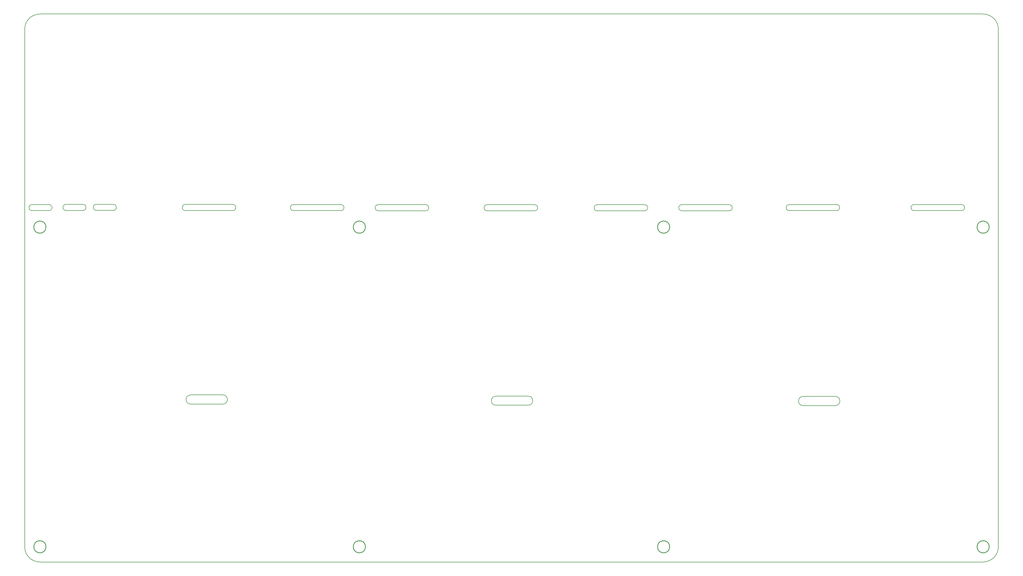
<source format=gbr>
%TF.GenerationSoftware,Altium Limited,Altium Designer,26.1.1 (7)*%
G04 Layer_Color=16711935*
%FSLAX43Y43*%
%MOMM*%
%TF.SameCoordinates,F910D8A4-5627-44EB-A571-6FFAAA827985*%
%TF.FilePolarity,Positive*%
%TF.FileFunction,Keep-out,Top*%
%TF.Part,Single*%
G01*
G75*
%TA.AperFunction,NonConductor*%
%ADD96C,0.200*%
%ADD97C,0.254*%
D96*
X292305Y117425D02*
G03*
X292305Y115425I0J-1000D01*
G01*
X29120Y115508D02*
G03*
X29120Y117508I0J1000D01*
G01*
X23561D02*
G03*
X23561Y115508I0J-1000D01*
G01*
X13588Y117484D02*
G03*
X13588Y115484I0J-1000D01*
G01*
X19147D02*
G03*
X19147Y117484I0J1000D01*
G01*
X8000Y115425D02*
G03*
X8000Y117425I0J1000D01*
G01*
X2441D02*
G03*
X2441Y115425I0J-1000D01*
G01*
X151981Y117386D02*
G03*
X151981Y115386I0J-1000D01*
G01*
X167580D02*
G03*
X167580Y117386I0J1000D01*
G01*
X88340Y117436D02*
G03*
X88340Y115436I0J-1000D01*
G01*
X103940D02*
G03*
X103940Y117436I0J1000D01*
G01*
X116190Y117386D02*
G03*
X116190Y115386I0J-1000D01*
G01*
X131790D02*
G03*
X131790Y117386I0J1000D01*
G01*
X52794Y117450D02*
G03*
X52794Y115450I0J-1000D01*
G01*
X68393D02*
G03*
X68393Y117450I0J1000D01*
G01*
X188165Y117361D02*
G03*
X188165Y115361I0J-1000D01*
G01*
X203765D02*
G03*
X203765Y117361I0J1000D01*
G01*
X215965Y117386D02*
G03*
X215965Y115386I0J-1000D01*
G01*
X231565D02*
G03*
X231565Y117386I0J1000D01*
G01*
X251265Y117436D02*
G03*
X251265Y115436I0J-1000D01*
G01*
X266865D02*
G03*
X266865Y117436I0J1000D01*
G01*
X307904Y115425D02*
G03*
X307904Y117425I0J1000D01*
G01*
X54537Y54881D02*
G03*
X54537Y51881I0J-1500D01*
G01*
X65136D02*
G03*
X65136Y54881I0J1500D01*
G01*
X266427Y51384D02*
G03*
X266427Y54384I0J1500D01*
G01*
X255828D02*
G03*
X255828Y51384I0J-1500D01*
G01*
X320000Y175004D02*
G03*
X315000Y180004I-5000J0D01*
G01*
X5000D02*
G03*
X0Y175004I0J-5000D01*
G01*
X315000Y0D02*
G03*
X320000Y5000I0J5000D01*
G01*
X0D02*
G03*
X5000Y0I5000J0D01*
G01*
X154883Y54501D02*
G03*
X154883Y51501I0J-1500D01*
G01*
X165483D02*
G03*
X165483Y54501I0J1500D01*
G01*
X23561Y117508D02*
X29120D01*
X23561Y115508D02*
X29120D01*
X13588Y115483D02*
X19147D01*
X13588Y117483D02*
X19147D01*
X2441Y117425D02*
X8000D01*
X2441Y115425D02*
X8000D01*
X52794Y115450D02*
X68393Y115450D01*
X151981Y115385D02*
X167580Y115385D01*
X151981Y117385D02*
X167580Y117385D01*
X88340Y115435D02*
X103940Y115435D01*
X88340Y117435D02*
X103940Y117435D01*
X116190Y115385D02*
X131790Y115385D01*
X116190Y117385D02*
X131790Y117385D01*
X52794Y117450D02*
X68393Y117450D01*
X188165Y115360D02*
X203765Y115360D01*
X188165Y117360D02*
X203765Y117360D01*
X215965Y115385D02*
X231565Y115385D01*
X215965Y117385D02*
X231565Y117385D01*
X251265Y115435D02*
X266865Y115435D01*
X251265Y117435D02*
X266865Y117435D01*
X292305Y117425D02*
X307904Y117425D01*
X292305Y115425D02*
X307904Y115425D01*
X54537Y54881D02*
X65136D01*
X54540Y51881D02*
X65136D01*
X255828Y54384D02*
X266427D01*
X255830Y51384D02*
X266427D01*
X-0Y175004D02*
X-0Y5000D01*
X5000Y180011D02*
X315000Y180011D01*
X5000Y0D02*
X315000Y0D01*
X319999Y5000D02*
X319999Y175004D01*
X154886Y51501D02*
X165483D01*
X154883Y54501D02*
X165483D01*
D97*
X112000Y5000D02*
G03*
X112000Y5000I-2000J0D01*
G01*
Y110004D02*
G03*
X112000Y110004I-2000J0D01*
G01*
X212000D02*
G03*
X212000Y110004I-2000J0D01*
G01*
Y5000D02*
G03*
X212000Y5000I-2000J0D01*
G01*
X317000Y110004D02*
G03*
X317000Y110004I-2000J0D01*
G01*
X7000D02*
G03*
X7000Y110004I-2000J0D01*
G01*
Y5000D02*
G03*
X7000Y5000I-2000J0D01*
G01*
X317000D02*
G03*
X317000Y5000I-2000J0D01*
G01*
%TF.MD5,0f14bad3149a4c7eb18b2395f773a2d8*%
M02*

</source>
